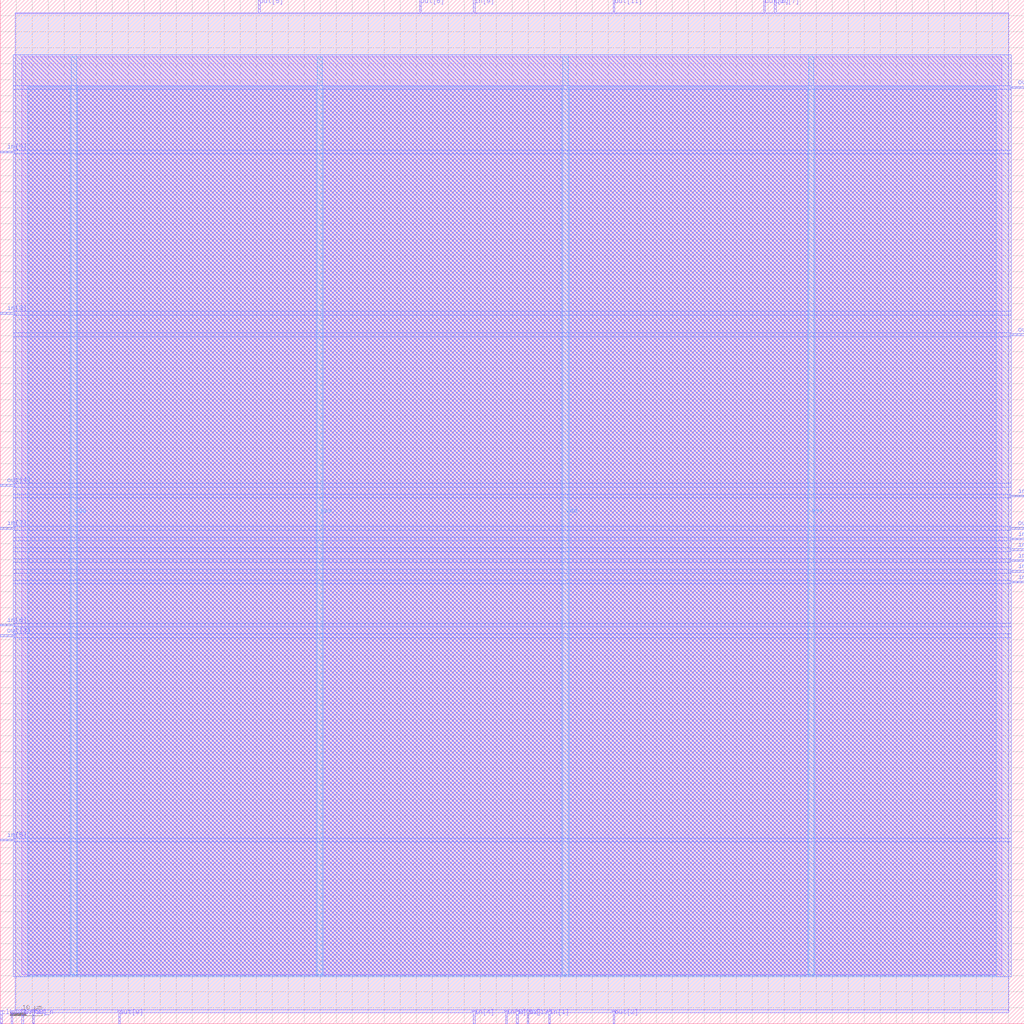
<source format=lef>
VERSION 5.7 ;
  NOWIREEXTENSIONATPIN ON ;
  DIVIDERCHAR "/" ;
  BUSBITCHARS "[]" ;
MACRO rotfpga2a
  CLASS BLOCK ;
  FOREIGN rotfpga2a ;
  ORIGIN 0.000 0.000 ;
  SIZE 320.000 BY 320.000 ;
  PIN clk
    DIRECTION INPUT ;
    USE SIGNAL ;
    PORT
      LAYER Metal2 ;
        RECT 0.000 0.000 0.560 4.000 ;
    END
  END clk
  PIN in[0]
    DIRECTION INPUT ;
    USE SIGNAL ;
    ANTENNAGATEAREA 0.741000 ;
    ANTENNADIFFAREA 0.410400 ;
    PORT
      LAYER Metal3 ;
        RECT 0.000 272.160 4.000 272.720 ;
    END
  END in[0]
  PIN in[10]
    DIRECTION INPUT ;
    USE SIGNAL ;
    ANTENNAGATEAREA 0.498500 ;
    ANTENNADIFFAREA 0.410400 ;
    PORT
      LAYER Metal3 ;
        RECT 316.000 147.840 320.000 148.400 ;
    END
  END in[10]
  PIN in[11]
    DIRECTION INPUT ;
    USE SIGNAL ;
    ANTENNAGATEAREA 0.741000 ;
    ANTENNADIFFAREA 0.410400 ;
    PORT
      LAYER Metal3 ;
        RECT 316.000 151.200 320.000 151.760 ;
    END
  END in[11]
  PIN in[12]
    DIRECTION INPUT ;
    USE SIGNAL ;
    ANTENNAGATEAREA 0.498500 ;
    ANTENNADIFFAREA 0.410400 ;
    PORT
      LAYER Metal2 ;
        RECT 161.280 0.000 161.840 4.000 ;
    END
  END in[12]
  PIN in[13]
    DIRECTION INPUT ;
    USE SIGNAL ;
    ANTENNAGATEAREA 0.498500 ;
    ANTENNADIFFAREA 0.410400 ;
    PORT
      LAYER Metal2 ;
        RECT 164.640 0.000 165.200 4.000 ;
    END
  END in[13]
  PIN in[14]
    DIRECTION INPUT ;
    USE SIGNAL ;
    ANTENNAGATEAREA 0.741000 ;
    ANTENNADIFFAREA 0.410400 ;
    PORT
      LAYER Metal3 ;
        RECT 316.000 144.480 320.000 145.040 ;
    END
  END in[14]
  PIN in[15]
    DIRECTION INPUT ;
    USE SIGNAL ;
    ANTENNAGATEAREA 0.498500 ;
    ANTENNADIFFAREA 0.410400 ;
    PORT
      LAYER Metal3 ;
        RECT 316.000 137.760 320.000 138.320 ;
    END
  END in[15]
  PIN in[16]
    DIRECTION INPUT ;
    USE SIGNAL ;
    ANTENNAGATEAREA 0.498500 ;
    ANTENNADIFFAREA 0.410400 ;
    PORT
      LAYER Metal3 ;
        RECT 316.000 141.120 320.000 141.680 ;
    END
  END in[16]
  PIN in[17]
    DIRECTION INPUT ;
    USE SIGNAL ;
    PORT
      LAYER Metal2 ;
        RECT 3.360 0.000 3.920 4.000 ;
    END
  END in[17]
  PIN in[18]
    DIRECTION INPUT ;
    USE SIGNAL ;
    PORT
      LAYER Metal2 ;
        RECT 6.720 0.000 7.280 4.000 ;
    END
  END in[18]
  PIN in[1]
    DIRECTION INPUT ;
    USE SIGNAL ;
    ANTENNAGATEAREA 0.741000 ;
    ANTENNADIFFAREA 0.410400 ;
    PORT
      LAYER Metal2 ;
        RECT 171.360 0.000 171.920 4.000 ;
    END
  END in[1]
  PIN in[2]
    DIRECTION INPUT ;
    USE SIGNAL ;
    ANTENNAGATEAREA 0.741000 ;
    ANTENNADIFFAREA 0.410400 ;
    PORT
      LAYER Metal3 ;
        RECT 316.000 164.640 320.000 165.200 ;
    END
  END in[2]
  PIN in[3]
    DIRECTION INPUT ;
    USE SIGNAL ;
    ANTENNAGATEAREA 0.741000 ;
    ANTENNADIFFAREA 0.410400 ;
    PORT
      LAYER Metal2 ;
        RECT 157.920 0.000 158.480 4.000 ;
    END
  END in[3]
  PIN in[4]
    DIRECTION INPUT ;
    USE SIGNAL ;
    ANTENNAGATEAREA 0.741000 ;
    ANTENNADIFFAREA 0.410400 ;
    PORT
      LAYER Metal2 ;
        RECT 147.840 0.000 148.400 4.000 ;
    END
  END in[4]
  PIN in[5]
    DIRECTION INPUT ;
    USE SIGNAL ;
    ANTENNAGATEAREA 0.741000 ;
    ANTENNADIFFAREA 0.410400 ;
    PORT
      LAYER Metal3 ;
        RECT 0.000 57.120 4.000 57.680 ;
    END
  END in[5]
  PIN in[6]
    DIRECTION INPUT ;
    USE SIGNAL ;
    ANTENNAGATEAREA 0.741000 ;
    ANTENNADIFFAREA 0.410400 ;
    PORT
      LAYER Metal3 ;
        RECT 0.000 124.320 4.000 124.880 ;
    END
  END in[6]
  PIN in[7]
    DIRECTION INPUT ;
    USE SIGNAL ;
    ANTENNAGATEAREA 0.741000 ;
    ANTENNADIFFAREA 0.410400 ;
    PORT
      LAYER Metal3 ;
        RECT 0.000 154.560 4.000 155.120 ;
    END
  END in[7]
  PIN in[8]
    DIRECTION INPUT ;
    USE SIGNAL ;
    ANTENNAGATEAREA 0.741000 ;
    ANTENNADIFFAREA 0.410400 ;
    PORT
      LAYER Metal3 ;
        RECT 0.000 221.760 4.000 222.320 ;
    END
  END in[8]
  PIN in[9]
    DIRECTION INPUT ;
    USE SIGNAL ;
    ANTENNAGATEAREA 0.498500 ;
    ANTENNADIFFAREA 0.410400 ;
    PORT
      LAYER Metal2 ;
        RECT 147.840 316.000 148.400 320.000 ;
    END
  END in[9]
  PIN out[0]
    DIRECTION OUTPUT TRISTATE ;
    USE SIGNAL ;
    ANTENNADIFFAREA 4.731200 ;
    PORT
      LAYER Metal3 ;
        RECT 316.000 215.040 320.000 215.600 ;
    END
  END out[0]
  PIN out[10]
    DIRECTION OUTPUT TRISTATE ;
    USE SIGNAL ;
    ANTENNADIFFAREA 0.360800 ;
    PORT
      LAYER Metal3 ;
        RECT 316.000 292.320 320.000 292.880 ;
    END
  END out[10]
  PIN out[11]
    DIRECTION OUTPUT TRISTATE ;
    USE SIGNAL ;
    ANTENNADIFFAREA 0.360800 ;
    PORT
      LAYER Metal2 ;
        RECT 191.520 316.000 192.080 320.000 ;
    END
  END out[11]
  PIN out[1]
    DIRECTION OUTPUT TRISTATE ;
    USE SIGNAL ;
    ANTENNADIFFAREA 4.731200 ;
    PORT
      LAYER Metal3 ;
        RECT 316.000 154.560 320.000 155.120 ;
    END
  END out[1]
  PIN out[2]
    DIRECTION OUTPUT TRISTATE ;
    USE SIGNAL ;
    ANTENNADIFFAREA 4.731200 ;
    PORT
      LAYER Metal2 ;
        RECT 191.520 0.000 192.080 4.000 ;
    END
  END out[2]
  PIN out[3]
    DIRECTION OUTPUT TRISTATE ;
    USE SIGNAL ;
    ANTENNADIFFAREA 4.731200 ;
    PORT
      LAYER Metal3 ;
        RECT 0.000 120.960 4.000 121.520 ;
    END
  END out[3]
  PIN out[4]
    DIRECTION OUTPUT TRISTATE ;
    USE SIGNAL ;
    ANTENNADIFFAREA 4.731200 ;
    PORT
      LAYER Metal3 ;
        RECT 0.000 168.000 4.000 168.560 ;
    END
  END out[4]
  PIN out[5]
    DIRECTION OUTPUT TRISTATE ;
    USE SIGNAL ;
    ANTENNADIFFAREA 4.731200 ;
    PORT
      LAYER Metal2 ;
        RECT 80.640 316.000 81.200 320.000 ;
    END
  END out[5]
  PIN out[6]
    DIRECTION OUTPUT TRISTATE ;
    USE SIGNAL ;
    ANTENNADIFFAREA 4.731200 ;
    PORT
      LAYER Metal2 ;
        RECT 131.040 316.000 131.600 320.000 ;
    END
  END out[6]
  PIN out[7]
    DIRECTION OUTPUT TRISTATE ;
    USE SIGNAL ;
    ANTENNADIFFAREA 4.731200 ;
    PORT
      LAYER Metal2 ;
        RECT 241.920 316.000 242.480 320.000 ;
    END
  END out[7]
  PIN out[8]
    DIRECTION OUTPUT TRISTATE ;
    USE SIGNAL ;
    ANTENNADIFFAREA 4.731200 ;
    PORT
      LAYER Metal2 ;
        RECT 238.560 316.000 239.120 320.000 ;
    END
  END out[8]
  PIN out[9]
    DIRECTION OUTPUT TRISTATE ;
    USE SIGNAL ;
    ANTENNADIFFAREA 0.360800 ;
    PORT
      LAYER Metal2 ;
        RECT 36.960 0.000 37.520 4.000 ;
    END
  END out[9]
  PIN rst_n
    DIRECTION INPUT ;
    USE SIGNAL ;
    PORT
      LAYER Metal2 ;
        RECT 10.080 0.000 10.640 4.000 ;
    END
  END rst_n
  PIN vdd
    DIRECTION INOUT ;
    USE POWER ;
    PORT
      LAYER Metal4 ;
        RECT 22.240 15.380 23.840 302.140 ;
    END
    PORT
      LAYER Metal4 ;
        RECT 175.840 15.380 177.440 302.140 ;
    END
  END vdd
  PIN vss
    DIRECTION INOUT ;
    USE GROUND ;
    PORT
      LAYER Metal4 ;
        RECT 99.040 15.380 100.640 302.140 ;
    END
    PORT
      LAYER Metal4 ;
        RECT 252.640 15.380 254.240 302.140 ;
    END
  END vss
  OBS
      LAYER Metal1 ;
        RECT 6.720 15.380 313.040 302.140 ;
      LAYER Metal2 ;
        RECT 4.620 315.700 80.340 316.000 ;
        RECT 81.500 315.700 130.740 316.000 ;
        RECT 131.900 315.700 147.540 316.000 ;
        RECT 148.700 315.700 191.220 316.000 ;
        RECT 192.380 315.700 238.260 316.000 ;
        RECT 239.420 315.700 241.620 316.000 ;
        RECT 242.780 315.700 315.140 316.000 ;
        RECT 4.620 4.300 315.140 315.700 ;
        RECT 4.620 3.500 6.420 4.300 ;
        RECT 7.580 3.500 9.780 4.300 ;
        RECT 10.940 3.500 36.660 4.300 ;
        RECT 37.820 3.500 147.540 4.300 ;
        RECT 148.700 3.500 157.620 4.300 ;
        RECT 158.780 3.500 160.980 4.300 ;
        RECT 162.140 3.500 164.340 4.300 ;
        RECT 165.500 3.500 171.060 4.300 ;
        RECT 172.220 3.500 191.220 4.300 ;
        RECT 192.380 3.500 315.140 4.300 ;
      LAYER Metal3 ;
        RECT 4.000 293.180 316.000 302.820 ;
        RECT 4.000 292.020 315.700 293.180 ;
        RECT 4.000 273.020 316.000 292.020 ;
        RECT 4.300 271.860 316.000 273.020 ;
        RECT 4.000 222.620 316.000 271.860 ;
        RECT 4.300 221.460 316.000 222.620 ;
        RECT 4.000 215.900 316.000 221.460 ;
        RECT 4.000 214.740 315.700 215.900 ;
        RECT 4.000 168.860 316.000 214.740 ;
        RECT 4.300 167.700 316.000 168.860 ;
        RECT 4.000 165.500 316.000 167.700 ;
        RECT 4.000 164.340 315.700 165.500 ;
        RECT 4.000 155.420 316.000 164.340 ;
        RECT 4.300 154.260 315.700 155.420 ;
        RECT 4.000 152.060 316.000 154.260 ;
        RECT 4.000 150.900 315.700 152.060 ;
        RECT 4.000 148.700 316.000 150.900 ;
        RECT 4.000 147.540 315.700 148.700 ;
        RECT 4.000 145.340 316.000 147.540 ;
        RECT 4.000 144.180 315.700 145.340 ;
        RECT 4.000 141.980 316.000 144.180 ;
        RECT 4.000 140.820 315.700 141.980 ;
        RECT 4.000 138.620 316.000 140.820 ;
        RECT 4.000 137.460 315.700 138.620 ;
        RECT 4.000 125.180 316.000 137.460 ;
        RECT 4.300 124.020 316.000 125.180 ;
        RECT 4.000 121.820 316.000 124.020 ;
        RECT 4.300 120.660 316.000 121.820 ;
        RECT 4.000 57.980 316.000 120.660 ;
        RECT 4.300 56.820 316.000 57.980 ;
        RECT 4.000 14.700 316.000 56.820 ;
      LAYER Metal4 ;
        RECT 8.540 15.080 21.940 292.790 ;
        RECT 24.140 15.080 98.740 292.790 ;
        RECT 100.940 15.080 175.540 292.790 ;
        RECT 177.740 15.080 252.340 292.790 ;
        RECT 254.540 15.080 311.220 292.790 ;
        RECT 8.540 14.650 311.220 15.080 ;
  END
END rotfpga2a
END LIBRARY


</source>
